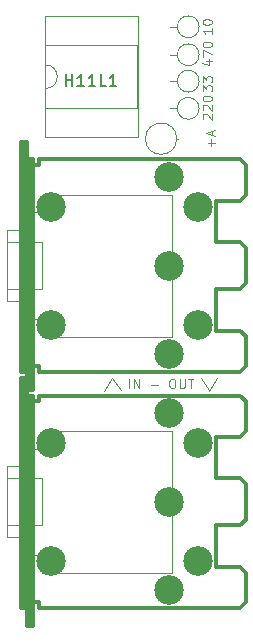
<source format=gbr>
%TF.GenerationSoftware,KiCad,Pcbnew,7.0.9*%
%TF.CreationDate,2024-05-31T08:48:14+01:00*%
%TF.ProjectId,PicoMIDIPackSingle,5069636f-4d49-4444-9950-61636b53696e,rev?*%
%TF.SameCoordinates,Original*%
%TF.FileFunction,Legend,Top*%
%TF.FilePolarity,Positive*%
%FSLAX46Y46*%
G04 Gerber Fmt 4.6, Leading zero omitted, Abs format (unit mm)*
G04 Created by KiCad (PCBNEW 7.0.9) date 2024-05-31 08:48:14*
%MOMM*%
%LPD*%
G01*
G04 APERTURE LIST*
%ADD10C,0.100000*%
%ADD11C,0.150000*%
%ADD12C,0.120000*%
%ADD13C,0.304800*%
%ADD14C,2.499360*%
G04 APERTURE END LIST*
D10*
X49087693Y-104976800D02*
X48401979Y-106005371D01*
X49087693Y-104938704D02*
X49773407Y-105967276D01*
X50497217Y-105814895D02*
X50497217Y-105014895D01*
X50878169Y-105814895D02*
X50878169Y-105014895D01*
X50878169Y-105014895D02*
X51335312Y-105814895D01*
X51335312Y-105814895D02*
X51335312Y-105014895D01*
X52325788Y-105510133D02*
X52935312Y-105510133D01*
X54078169Y-105014895D02*
X54230550Y-105014895D01*
X54230550Y-105014895D02*
X54306740Y-105052990D01*
X54306740Y-105052990D02*
X54382931Y-105129180D01*
X54382931Y-105129180D02*
X54421026Y-105281561D01*
X54421026Y-105281561D02*
X54421026Y-105548228D01*
X54421026Y-105548228D02*
X54382931Y-105700609D01*
X54382931Y-105700609D02*
X54306740Y-105776800D01*
X54306740Y-105776800D02*
X54230550Y-105814895D01*
X54230550Y-105814895D02*
X54078169Y-105814895D01*
X54078169Y-105814895D02*
X54001978Y-105776800D01*
X54001978Y-105776800D02*
X53925788Y-105700609D01*
X53925788Y-105700609D02*
X53887692Y-105548228D01*
X53887692Y-105548228D02*
X53887692Y-105281561D01*
X53887692Y-105281561D02*
X53925788Y-105129180D01*
X53925788Y-105129180D02*
X54001978Y-105052990D01*
X54001978Y-105052990D02*
X54078169Y-105014895D01*
X54763883Y-105014895D02*
X54763883Y-105662514D01*
X54763883Y-105662514D02*
X54801978Y-105738704D01*
X54801978Y-105738704D02*
X54840073Y-105776800D01*
X54840073Y-105776800D02*
X54916264Y-105814895D01*
X54916264Y-105814895D02*
X55068645Y-105814895D01*
X55068645Y-105814895D02*
X55144835Y-105776800D01*
X55144835Y-105776800D02*
X55182930Y-105738704D01*
X55182930Y-105738704D02*
X55221026Y-105662514D01*
X55221026Y-105662514D02*
X55221026Y-105014895D01*
X55487692Y-105014895D02*
X55944835Y-105014895D01*
X55716263Y-105814895D02*
X55716263Y-105014895D01*
X56554359Y-104938704D02*
X57240073Y-105967276D01*
X57925787Y-104976800D02*
X57240073Y-106005371D01*
X57514895Y-75336381D02*
X57514895Y-75793524D01*
X57514895Y-75564952D02*
X56714895Y-75564952D01*
X56714895Y-75564952D02*
X56829180Y-75641143D01*
X56829180Y-75641143D02*
X56905371Y-75717333D01*
X56905371Y-75717333D02*
X56943466Y-75793524D01*
X56714895Y-74841142D02*
X56714895Y-74764952D01*
X56714895Y-74764952D02*
X56752990Y-74688761D01*
X56752990Y-74688761D02*
X56791085Y-74650666D01*
X56791085Y-74650666D02*
X56867276Y-74612571D01*
X56867276Y-74612571D02*
X57019657Y-74574476D01*
X57019657Y-74574476D02*
X57210133Y-74574476D01*
X57210133Y-74574476D02*
X57362514Y-74612571D01*
X57362514Y-74612571D02*
X57438704Y-74650666D01*
X57438704Y-74650666D02*
X57476800Y-74688761D01*
X57476800Y-74688761D02*
X57514895Y-74764952D01*
X57514895Y-74764952D02*
X57514895Y-74841142D01*
X57514895Y-74841142D02*
X57476800Y-74917333D01*
X57476800Y-74917333D02*
X57438704Y-74955428D01*
X57438704Y-74955428D02*
X57362514Y-74993523D01*
X57362514Y-74993523D02*
X57210133Y-75031619D01*
X57210133Y-75031619D02*
X57019657Y-75031619D01*
X57019657Y-75031619D02*
X56867276Y-74993523D01*
X56867276Y-74993523D02*
X56791085Y-74955428D01*
X56791085Y-74955428D02*
X56752990Y-74917333D01*
X56752990Y-74917333D02*
X56714895Y-74841142D01*
X56791085Y-83032476D02*
X56752990Y-82994380D01*
X56752990Y-82994380D02*
X56714895Y-82918190D01*
X56714895Y-82918190D02*
X56714895Y-82727714D01*
X56714895Y-82727714D02*
X56752990Y-82651523D01*
X56752990Y-82651523D02*
X56791085Y-82613428D01*
X56791085Y-82613428D02*
X56867276Y-82575333D01*
X56867276Y-82575333D02*
X56943466Y-82575333D01*
X56943466Y-82575333D02*
X57057752Y-82613428D01*
X57057752Y-82613428D02*
X57514895Y-83070571D01*
X57514895Y-83070571D02*
X57514895Y-82575333D01*
X56791085Y-82270571D02*
X56752990Y-82232475D01*
X56752990Y-82232475D02*
X56714895Y-82156285D01*
X56714895Y-82156285D02*
X56714895Y-81965809D01*
X56714895Y-81965809D02*
X56752990Y-81889618D01*
X56752990Y-81889618D02*
X56791085Y-81851523D01*
X56791085Y-81851523D02*
X56867276Y-81813428D01*
X56867276Y-81813428D02*
X56943466Y-81813428D01*
X56943466Y-81813428D02*
X57057752Y-81851523D01*
X57057752Y-81851523D02*
X57514895Y-82308666D01*
X57514895Y-82308666D02*
X57514895Y-81813428D01*
X56714895Y-81318189D02*
X56714895Y-81241999D01*
X56714895Y-81241999D02*
X56752990Y-81165808D01*
X56752990Y-81165808D02*
X56791085Y-81127713D01*
X56791085Y-81127713D02*
X56867276Y-81089618D01*
X56867276Y-81089618D02*
X57019657Y-81051523D01*
X57019657Y-81051523D02*
X57210133Y-81051523D01*
X57210133Y-81051523D02*
X57362514Y-81089618D01*
X57362514Y-81089618D02*
X57438704Y-81127713D01*
X57438704Y-81127713D02*
X57476800Y-81165808D01*
X57476800Y-81165808D02*
X57514895Y-81241999D01*
X57514895Y-81241999D02*
X57514895Y-81318189D01*
X57514895Y-81318189D02*
X57476800Y-81394380D01*
X57476800Y-81394380D02*
X57438704Y-81432475D01*
X57438704Y-81432475D02*
X57362514Y-81470570D01*
X57362514Y-81470570D02*
X57210133Y-81508666D01*
X57210133Y-81508666D02*
X57019657Y-81508666D01*
X57019657Y-81508666D02*
X56867276Y-81470570D01*
X56867276Y-81470570D02*
X56791085Y-81432475D01*
X56791085Y-81432475D02*
X56752990Y-81394380D01*
X56752990Y-81394380D02*
X56714895Y-81318189D01*
X57464133Y-85327618D02*
X57464133Y-84718095D01*
X57768895Y-85022856D02*
X57159371Y-85022856D01*
X57540323Y-84375238D02*
X57540323Y-83994285D01*
X57768895Y-84451428D02*
X56968895Y-84184761D01*
X56968895Y-84184761D02*
X57768895Y-83918095D01*
D11*
X45124952Y-80210819D02*
X45124952Y-79210819D01*
X45124952Y-79687009D02*
X45696380Y-79687009D01*
X45696380Y-80210819D02*
X45696380Y-79210819D01*
X46696380Y-80210819D02*
X46124952Y-80210819D01*
X46410666Y-80210819D02*
X46410666Y-79210819D01*
X46410666Y-79210819D02*
X46315428Y-79353676D01*
X46315428Y-79353676D02*
X46220190Y-79448914D01*
X46220190Y-79448914D02*
X46124952Y-79496533D01*
X47648761Y-80210819D02*
X47077333Y-80210819D01*
X47363047Y-80210819D02*
X47363047Y-79210819D01*
X47363047Y-79210819D02*
X47267809Y-79353676D01*
X47267809Y-79353676D02*
X47172571Y-79448914D01*
X47172571Y-79448914D02*
X47077333Y-79496533D01*
X48553523Y-80210819D02*
X48077333Y-80210819D01*
X48077333Y-80210819D02*
X48077333Y-79210819D01*
X49410666Y-80210819D02*
X48839238Y-80210819D01*
X49124952Y-80210819D02*
X49124952Y-79210819D01*
X49124952Y-79210819D02*
X49029714Y-79353676D01*
X49029714Y-79353676D02*
X48934476Y-79448914D01*
X48934476Y-79448914D02*
X48839238Y-79496533D01*
D10*
X56714895Y-80657619D02*
X56714895Y-80162381D01*
X56714895Y-80162381D02*
X57019657Y-80429047D01*
X57019657Y-80429047D02*
X57019657Y-80314762D01*
X57019657Y-80314762D02*
X57057752Y-80238571D01*
X57057752Y-80238571D02*
X57095847Y-80200476D01*
X57095847Y-80200476D02*
X57172038Y-80162381D01*
X57172038Y-80162381D02*
X57362514Y-80162381D01*
X57362514Y-80162381D02*
X57438704Y-80200476D01*
X57438704Y-80200476D02*
X57476800Y-80238571D01*
X57476800Y-80238571D02*
X57514895Y-80314762D01*
X57514895Y-80314762D02*
X57514895Y-80543333D01*
X57514895Y-80543333D02*
X57476800Y-80619524D01*
X57476800Y-80619524D02*
X57438704Y-80657619D01*
X56714895Y-79895714D02*
X56714895Y-79400476D01*
X56714895Y-79400476D02*
X57019657Y-79667142D01*
X57019657Y-79667142D02*
X57019657Y-79552857D01*
X57019657Y-79552857D02*
X57057752Y-79476666D01*
X57057752Y-79476666D02*
X57095847Y-79438571D01*
X57095847Y-79438571D02*
X57172038Y-79400476D01*
X57172038Y-79400476D02*
X57362514Y-79400476D01*
X57362514Y-79400476D02*
X57438704Y-79438571D01*
X57438704Y-79438571D02*
X57476800Y-79476666D01*
X57476800Y-79476666D02*
X57514895Y-79552857D01*
X57514895Y-79552857D02*
X57514895Y-79781428D01*
X57514895Y-79781428D02*
X57476800Y-79857619D01*
X57476800Y-79857619D02*
X57438704Y-79895714D01*
X56981561Y-78079523D02*
X57514895Y-78079523D01*
X56676800Y-78269999D02*
X57248228Y-78460476D01*
X57248228Y-78460476D02*
X57248228Y-77965237D01*
X56714895Y-77736666D02*
X56714895Y-77203332D01*
X56714895Y-77203332D02*
X57514895Y-77546190D01*
X56714895Y-76746189D02*
X56714895Y-76669999D01*
X56714895Y-76669999D02*
X56752990Y-76593808D01*
X56752990Y-76593808D02*
X56791085Y-76555713D01*
X56791085Y-76555713D02*
X56867276Y-76517618D01*
X56867276Y-76517618D02*
X57019657Y-76479523D01*
X57019657Y-76479523D02*
X57210133Y-76479523D01*
X57210133Y-76479523D02*
X57362514Y-76517618D01*
X57362514Y-76517618D02*
X57438704Y-76555713D01*
X57438704Y-76555713D02*
X57476800Y-76593808D01*
X57476800Y-76593808D02*
X57514895Y-76669999D01*
X57514895Y-76669999D02*
X57514895Y-76746189D01*
X57514895Y-76746189D02*
X57476800Y-76822380D01*
X57476800Y-76822380D02*
X57438704Y-76860475D01*
X57438704Y-76860475D02*
X57362514Y-76898570D01*
X57362514Y-76898570D02*
X57210133Y-76936666D01*
X57210133Y-76936666D02*
X57019657Y-76936666D01*
X57019657Y-76936666D02*
X56867276Y-76898570D01*
X56867276Y-76898570D02*
X56791085Y-76860475D01*
X56791085Y-76860475D02*
X56752990Y-76822380D01*
X56752990Y-76822380D02*
X56714895Y-76746189D01*
D12*
%TO.C,R3*%
X54580000Y-75200000D02*
X53960000Y-75200000D01*
X56420000Y-75200000D02*
G75*
G03*
X56420000Y-75200000I-920000J0D01*
G01*
%TO.C,R1*%
X54580000Y-82110000D02*
X53960000Y-82110000D01*
X56420000Y-82110000D02*
G75*
G03*
X56420000Y-82110000I-920000J0D01*
G01*
%TO.C,D1*%
X54526371Y-84680000D02*
X54640000Y-84680000D01*
X54526371Y-84680000D02*
G75*
G03*
X54526371Y-84680000I-1326371J0D01*
G01*
%TO.C,U1*%
X43350000Y-84570000D02*
X51210000Y-84570000D01*
X51210000Y-84570000D02*
X51210000Y-74290000D01*
X43410000Y-82080000D02*
X51150000Y-82080000D01*
X51150000Y-82080000D02*
X51150000Y-76780000D01*
X43410000Y-80430000D02*
X43410000Y-82080000D01*
X43410000Y-76780000D02*
X43410000Y-78430000D01*
X51150000Y-76780000D02*
X43410000Y-76780000D01*
X43350000Y-74290000D02*
X43350000Y-84570000D01*
X51210000Y-74290000D02*
X43350000Y-74290000D01*
X43410000Y-80430000D02*
G75*
G03*
X43410000Y-78430000I0J1000000D01*
G01*
%TO.C,J4*%
X54135000Y-109425000D02*
X54135000Y-121425000D01*
X43135000Y-109425000D02*
X54135000Y-109425000D01*
X43135000Y-110925000D02*
X43135000Y-109425000D01*
X41935000Y-110925000D02*
X43135000Y-110925000D01*
X41935000Y-112425000D02*
X41935000Y-110925000D01*
X40135000Y-112425000D02*
X41935000Y-112425000D01*
X43135000Y-113425000D02*
X40135000Y-113425000D01*
X43135000Y-117425000D02*
X43135000Y-113425000D01*
X40135000Y-117425000D02*
X43135000Y-117425000D01*
X41935000Y-118425000D02*
X40135000Y-118425000D01*
X40135000Y-118425000D02*
X40135000Y-112425000D01*
X43135000Y-119925000D02*
X41935000Y-119925000D01*
X41935000Y-119925000D02*
X41935000Y-118425000D01*
X54135000Y-121425000D02*
X43135000Y-121425000D01*
X43135000Y-121425000D02*
X43135000Y-119925000D01*
%TO.C,J3*%
X54135000Y-89425000D02*
X54135000Y-101425000D01*
X43135000Y-89425000D02*
X54135000Y-89425000D01*
X43135000Y-90925000D02*
X43135000Y-89425000D01*
X41935000Y-90925000D02*
X43135000Y-90925000D01*
X41935000Y-92425000D02*
X41935000Y-90925000D01*
X40135000Y-92425000D02*
X41935000Y-92425000D01*
X43135000Y-93425000D02*
X40135000Y-93425000D01*
X43135000Y-97425000D02*
X43135000Y-93425000D01*
X40135000Y-97425000D02*
X43135000Y-97425000D01*
X41935000Y-98425000D02*
X40135000Y-98425000D01*
X40135000Y-98425000D02*
X40135000Y-92425000D01*
X43135000Y-99925000D02*
X41935000Y-99925000D01*
X41935000Y-99925000D02*
X41935000Y-98425000D01*
X54135000Y-101425000D02*
X43135000Y-101425000D01*
X43135000Y-101425000D02*
X43135000Y-99925000D01*
D13*
%TO.C,J1*%
X41865780Y-105925360D02*
X41865780Y-104424220D01*
X42366160Y-105925360D02*
X41865780Y-105925360D01*
X41365400Y-104424220D02*
X41365400Y-84924640D01*
X41865780Y-104424220D02*
X41365400Y-104424220D01*
X41865780Y-104424220D02*
X41865780Y-86425780D01*
X42864000Y-104424220D02*
X42864000Y-103923840D01*
X59864220Y-104424220D02*
X42864000Y-104424220D01*
X59864220Y-104424220D02*
X60364600Y-103923840D01*
X42366160Y-103923840D02*
X42864000Y-103923840D01*
X60364600Y-103923840D02*
X60364600Y-101924860D01*
X60364600Y-101924860D02*
X60364600Y-101424480D01*
X60364600Y-101424480D02*
X59864220Y-100924100D01*
X57865240Y-100924100D02*
X57865240Y-97423980D01*
X59864220Y-100924100D02*
X57865240Y-100924100D01*
X59864220Y-97423980D02*
X57865240Y-97423980D01*
X60364600Y-96926140D02*
X59864220Y-97423980D01*
X60364600Y-93923860D02*
X60364600Y-96926140D01*
X60364600Y-93923860D02*
X59864220Y-93426020D01*
X59864220Y-93426020D02*
X57865240Y-93426020D01*
X57865240Y-89925900D02*
X57865240Y-93426020D01*
X59864220Y-89925900D02*
X57865240Y-89925900D01*
X60364600Y-89425520D02*
X59864220Y-89925900D01*
X42864000Y-86926160D02*
X42366160Y-86926160D01*
X60364600Y-86926160D02*
X60364600Y-89425520D01*
X41865780Y-86425780D02*
X42366160Y-86425780D01*
X42114700Y-86425780D02*
X42114700Y-105925360D01*
X42366160Y-86425780D02*
X42366160Y-105925360D01*
X42864000Y-86425780D02*
X42864000Y-86926160D01*
X59864220Y-86425780D02*
X60364600Y-86926160D01*
X59864220Y-86425780D02*
X42864000Y-86425780D01*
X41365400Y-84924640D02*
X41865780Y-84924640D01*
X41614320Y-84924640D02*
X41614320Y-104424220D01*
X41865780Y-84924640D02*
X41865780Y-86425780D01*
D12*
%TO.C,R2*%
X54580000Y-79810000D02*
X53960000Y-79810000D01*
X56420000Y-79810000D02*
G75*
G03*
X56420000Y-79810000I-920000J0D01*
G01*
D13*
%TO.C,J2*%
X41865780Y-104924640D02*
X41865780Y-106425780D01*
X41614320Y-104924640D02*
X41614320Y-124424220D01*
X41365400Y-104924640D02*
X41865780Y-104924640D01*
X59864220Y-106425780D02*
X42864000Y-106425780D01*
X59864220Y-106425780D02*
X60364600Y-106926160D01*
X42864000Y-106425780D02*
X42864000Y-106926160D01*
X42366160Y-106425780D02*
X42366160Y-125925360D01*
X42114700Y-106425780D02*
X42114700Y-125925360D01*
X41865780Y-106425780D02*
X42366160Y-106425780D01*
X60364600Y-106926160D02*
X60364600Y-109425520D01*
X42864000Y-106926160D02*
X42366160Y-106926160D01*
X60364600Y-109425520D02*
X59864220Y-109925900D01*
X59864220Y-109925900D02*
X57865240Y-109925900D01*
X57865240Y-109925900D02*
X57865240Y-113426020D01*
X59864220Y-113426020D02*
X57865240Y-113426020D01*
X60364600Y-113923860D02*
X59864220Y-113426020D01*
X60364600Y-113923860D02*
X60364600Y-116926140D01*
X60364600Y-116926140D02*
X59864220Y-117423980D01*
X59864220Y-117423980D02*
X57865240Y-117423980D01*
X59864220Y-120924100D02*
X57865240Y-120924100D01*
X57865240Y-120924100D02*
X57865240Y-117423980D01*
X60364600Y-121424480D02*
X59864220Y-120924100D01*
X60364600Y-121924860D02*
X60364600Y-121424480D01*
X60364600Y-123923840D02*
X60364600Y-121924860D01*
X42366160Y-123923840D02*
X42864000Y-123923840D01*
X59864220Y-124424220D02*
X60364600Y-123923840D01*
X59864220Y-124424220D02*
X42864000Y-124424220D01*
X42864000Y-124424220D02*
X42864000Y-123923840D01*
X41865780Y-124424220D02*
X41865780Y-106425780D01*
X41865780Y-124424220D02*
X41365400Y-124424220D01*
X41365400Y-124424220D02*
X41365400Y-104924640D01*
X42366160Y-125925360D02*
X41865780Y-125925360D01*
X41865780Y-125925360D02*
X41865780Y-124424220D01*
D12*
%TO.C,R4*%
X54580000Y-77570000D02*
X53960000Y-77570000D01*
X56420000Y-77570000D02*
G75*
G03*
X56420000Y-77570000I-920000J0D01*
G01*
%TD*%
D14*
%TO.C,J1*%
X56364100Y-90428820D03*
X56364100Y-100421180D03*
X53862200Y-87926920D03*
X53864740Y-95425000D03*
X53862200Y-102923080D03*
X43867300Y-100426260D03*
X43867300Y-90423740D03*
%TD*%
%TO.C,J2*%
X43867300Y-110423740D03*
X43867300Y-120426260D03*
X53862200Y-122923080D03*
X53864740Y-115425000D03*
X53862200Y-107926920D03*
X56364100Y-120421180D03*
X56364100Y-110428820D03*
%TD*%
M02*

</source>
